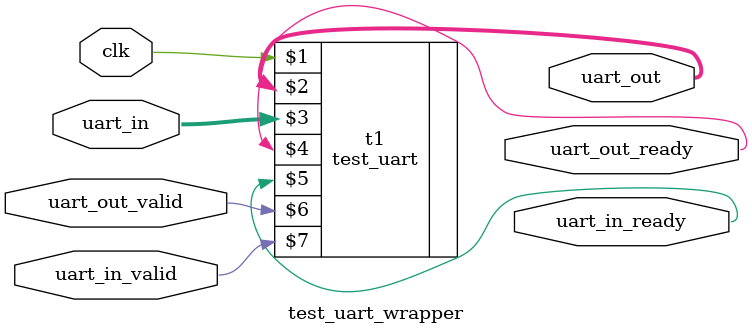
<source format=v>
module test_uart_wrapper (
  input wire clk,
  output wire [7:0] uart_out,
  input wire [7:0] uart_in,
  output wire uart_out_ready,
  output wire uart_in_ready,
  input wire uart_out_valid,
  input wire uart_in_valid
  );

  test_uart t1(clk,uart_out,uart_in,uart_out_ready,uart_in_ready,uart_out_valid,uart_in_valid);

endmodule

</source>
